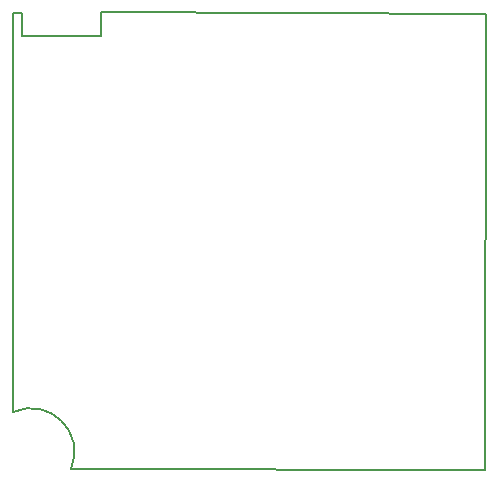
<source format=gbr>
G04 #@! TF.GenerationSoftware,KiCad,Pcbnew,5.1.7-a382d34a8~88~ubuntu18.04.1*
G04 #@! TF.CreationDate,2021-11-19T22:51:01+05:30*
G04 #@! TF.ProjectId,BackEnd_HeavyDevice_v5,4261636b-456e-4645-9f48-656176794465,rev?*
G04 #@! TF.SameCoordinates,Original*
G04 #@! TF.FileFunction,Other,User*
%FSLAX46Y46*%
G04 Gerber Fmt 4.6, Leading zero omitted, Abs format (unit mm)*
G04 Created by KiCad (PCBNEW 5.1.7-a382d34a8~88~ubuntu18.04.1) date 2021-11-19 22:51:01*
%MOMM*%
%LPD*%
G01*
G04 APERTURE LIST*
%ADD10C,0.150000*%
G04 APERTURE END LIST*
D10*
X110906583Y-130774492D02*
G75*
G02*
X115811300Y-135605520I1499637J-3382768D01*
G01*
X111678720Y-97000060D02*
X110883700Y-97000060D01*
X118379240Y-98973640D02*
X118381780Y-96934020D01*
X111671100Y-98976180D02*
X118379240Y-98973640D01*
X111678720Y-97000060D02*
X111671100Y-98976180D01*
X150990300Y-97066100D02*
X118381780Y-96934020D01*
X150853140Y-135656320D02*
X150990300Y-97066100D01*
X115811300Y-135605520D02*
X150853140Y-135656320D01*
X110886240Y-97000060D02*
X110906583Y-130774492D01*
M02*

</source>
